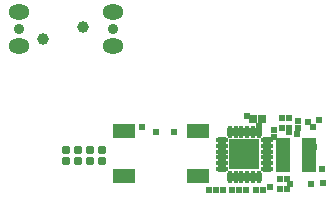
<source format=gbr>
%TF.GenerationSoftware,Altium Limited,Altium Designer,23.10.1 (27)*%
G04 Layer_Color=8388736*
%FSLAX45Y45*%
%MOMM*%
%TF.SameCoordinates,C732C167-A78C-4608-B65C-7F4C8643914A*%
%TF.FilePolarity,Negative*%
%TF.FileFunction,Soldermask,Top*%
%TF.Part,Single*%
G01*
G75*
%TA.AperFunction,SMDPad,CuDef*%
%ADD34R,1.90320X1.20320*%
%ADD35O,0.45320X1.05320*%
%ADD36O,1.05320X0.45320*%
%ADD37R,2.65320X2.65320*%
%ADD38R,0.50320X0.50320*%
%ADD39R,1.20320X2.90320*%
%ADD40R,0.70320X0.65320*%
G04:AMPARAMS|DCode=41|XSize=0.7532mm|YSize=0.7032mm|CornerRadius=0.1641mm|HoleSize=0mm|Usage=FLASHONLY|Rotation=0.000|XOffset=0mm|YOffset=0mm|HoleType=Round|Shape=RoundedRectangle|*
%AMROUNDEDRECTD41*
21,1,0.75320,0.37500,0,0,0.0*
21,1,0.42500,0.70320,0,0,0.0*
1,1,0.32820,0.21250,-0.18750*
1,1,0.32820,-0.21250,-0.18750*
1,1,0.32820,-0.21250,0.18750*
1,1,0.32820,0.21250,0.18750*
%
%ADD41ROUNDEDRECTD41*%
%ADD42R,0.50320X0.50320*%
%TA.AperFunction,ComponentPad*%
%ADD43O,1.80320X1.30320*%
%ADD44C,0.91320*%
%TA.AperFunction,ViaPad*%
%ADD45C,0.60320*%
%ADD46C,0.70320*%
%ADD47C,1.00320*%
D34*
X29012698Y2464500D02*
D03*
X28382700D02*
D03*
X29012698Y2084500D02*
D03*
X28382700D02*
D03*
D35*
X29529001Y2458800D02*
D03*
X29479001D02*
D03*
X29429001D02*
D03*
X29379001D02*
D03*
X29329001D02*
D03*
X29279001D02*
D03*
Y2078800D02*
D03*
X29329001D02*
D03*
X29379001D02*
D03*
X29429001D02*
D03*
X29479001D02*
D03*
X29529001D02*
D03*
D36*
X29214001Y2393800D02*
D03*
Y2343800D02*
D03*
Y2293800D02*
D03*
Y2243800D02*
D03*
Y2193800D02*
D03*
Y2143800D02*
D03*
X29594000D02*
D03*
Y2193800D02*
D03*
Y2243800D02*
D03*
Y2293800D02*
D03*
Y2343800D02*
D03*
Y2393800D02*
D03*
D37*
X29404001Y2268800D02*
D03*
D38*
X29783701Y2496500D02*
D03*
X29723700D02*
D03*
X29702701Y1975500D02*
D03*
X29762701D02*
D03*
X29702701Y2057500D02*
D03*
X29762701D02*
D03*
X29503699Y1971500D02*
D03*
X29563699D02*
D03*
X29296600Y1969100D02*
D03*
X29356601D02*
D03*
X29225400Y1968800D02*
D03*
X29165399D02*
D03*
X29785699Y2577500D02*
D03*
X29725699D02*
D03*
D39*
X29952701Y2260500D02*
D03*
X29732700D02*
D03*
D40*
X29477701Y2571300D02*
D03*
X29552701D02*
D03*
D41*
X27897699Y2213500D02*
D03*
Y2304500D02*
D03*
X28097699Y2213500D02*
D03*
Y2304500D02*
D03*
X27997699Y2213500D02*
D03*
Y2304500D02*
D03*
X28197699Y2213500D02*
D03*
Y2304500D02*
D03*
D42*
X29859698Y2553500D02*
D03*
Y2493500D02*
D03*
D43*
X27492700Y3476000D02*
D03*
Y3190000D02*
D03*
X28292700D02*
D03*
Y3476000D02*
D03*
D44*
X27492700Y3333000D02*
D03*
X28292700D02*
D03*
D45*
X29846399Y2440700D02*
D03*
X29655576Y2473705D02*
D03*
X29527005Y2512594D02*
D03*
X29778900Y2458500D02*
D03*
X29653601Y2413100D02*
D03*
X28533838Y2497239D02*
D03*
X28804547Y2462272D02*
D03*
X28959235D02*
D03*
X28655518Y2456613D02*
D03*
X28395200Y2473600D02*
D03*
X29955499Y2250700D02*
D03*
X29991901Y2333500D02*
D03*
X30060300Y2143400D02*
D03*
X30072101Y2026900D02*
D03*
X29969101Y2020900D02*
D03*
X29939200Y2362400D02*
D03*
X29941599Y2545900D02*
D03*
X30036600Y2561200D02*
D03*
X29987701Y2504500D02*
D03*
X29102399Y1970400D02*
D03*
X29426700Y2590500D02*
D03*
X29624301Y1989500D02*
D03*
X29421500Y1970900D02*
D03*
X29787701Y2018500D02*
D03*
D46*
X29459000Y2323800D02*
D03*
Y2213800D02*
D03*
X29348999Y2323800D02*
D03*
Y2213800D02*
D03*
D47*
X27697699Y3244500D02*
D03*
X28035468Y3349349D02*
D03*
%TF.MD5,34412ee8ee90691acb4ea65763cacdb5*%
M02*

</source>
